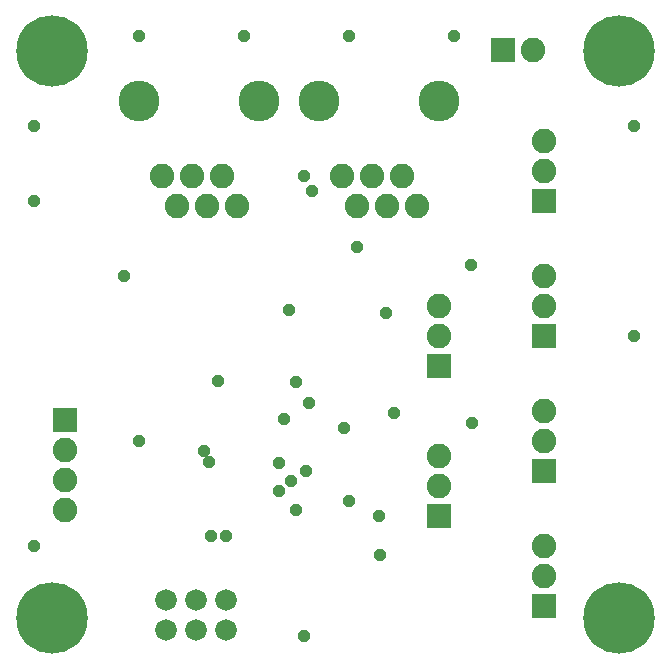
<source format=gbr>
G75*
G70*
%OFA0B0*%
%FSLAX24Y24*%
%IPPOS*%
%LPD*%
%AMOC8*
5,1,8,0,0,1.08239X$1,22.5*
%
%ADD10C,0.0720*%
%ADD11C,0.2380*%
%ADD12C,0.0820*%
%ADD13C,0.1360*%
%ADD14R,0.0820X0.0820*%
%ADD15OC8,0.0397*%
D10*
X005524Y001410D03*
X005524Y002410D03*
X006524Y002410D03*
X006524Y001410D03*
X007524Y001410D03*
X007524Y002410D03*
D11*
X001725Y001800D03*
X020622Y001800D03*
X020622Y020698D03*
X001725Y020698D03*
D12*
X005400Y016540D03*
X006400Y016540D03*
X007400Y016540D03*
X006900Y015540D03*
X005900Y015540D03*
X007900Y015540D03*
X011400Y016540D03*
X011900Y015540D03*
X012400Y016540D03*
X013400Y016540D03*
X012900Y015540D03*
X013900Y015540D03*
X014650Y012225D03*
X014650Y011225D03*
X018150Y012225D03*
X018150Y013225D03*
X018150Y016725D03*
X018150Y017725D03*
X017756Y020745D03*
X018150Y008725D03*
X018150Y007725D03*
X014650Y007225D03*
X014650Y006225D03*
X018150Y004225D03*
X018150Y003225D03*
X002174Y005406D03*
X002174Y006406D03*
X002174Y007406D03*
D13*
X004650Y019040D03*
X008650Y019040D03*
X010650Y019040D03*
X014650Y019040D03*
D14*
X016756Y020745D03*
X018150Y015725D03*
X018150Y011225D03*
X014650Y010225D03*
X018150Y006725D03*
X014650Y005225D03*
X018150Y002225D03*
X002174Y008406D03*
D15*
X004650Y007725D03*
X006811Y007391D03*
X006969Y006997D03*
X009310Y006976D03*
X009705Y006387D03*
X009310Y006032D03*
X009874Y005402D03*
X010217Y006702D03*
X011650Y005725D03*
X012650Y005225D03*
X012670Y003926D03*
X010150Y001225D03*
X007540Y004536D03*
X007020Y004536D03*
X009469Y008454D03*
X010296Y008985D03*
X009874Y009694D03*
X011477Y008139D03*
X013150Y008631D03*
X015737Y008316D03*
X012886Y011989D03*
X011902Y014162D03*
X010406Y016040D03*
X010150Y016544D03*
X009646Y012076D03*
X007264Y009713D03*
X004150Y013225D03*
X001150Y015725D03*
X001150Y018225D03*
X004650Y021225D03*
X008150Y021225D03*
X011650Y021225D03*
X015150Y021225D03*
X021150Y018225D03*
X015697Y013591D03*
X021150Y011225D03*
X001150Y004225D03*
M02*

</source>
